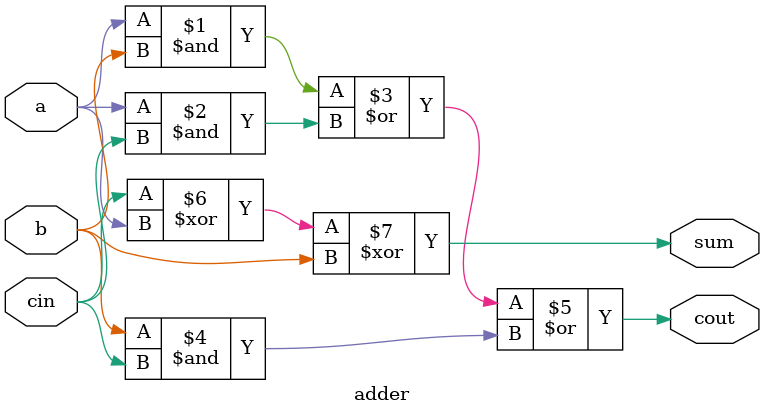
<source format=v>
`timescale 1ns / 1ps

module ALU(
input [63:0] aluin1_ex, aluin2_ex,
input [3:0] alu_control,
output sub_carryout,
output reg [63:0] result
    );
    
    wire [63:0] sub_in1, sub_in2;
    wire [63:0] sub_out;
    
    /*
    wire [63:0] add_in1, add_in2, sub_in1, sub_in2;
    wire signed [63:0] mul_in1, mul_in2, div_in1, div_in2;
    wire add_carryout;
    wire [63:0] add_out;
    wire [63:0] MULW_out;
    wire [63:0] DIVW_out;
    wire [63:0] REMW_out;
    */
    
    always@(alu_control, aluin1_ex, aluin2_ex ,sub_out)begin
        case(alu_control)
            4'b0000: begin //AND
                result = aluin1_ex & aluin2_ex; 
            end
            
            4'b0001: begin //OR
                result = aluin1_ex | aluin2_ex; 
            end
            
            4'b0010:begin //ADD  
                result = aluin1_ex + aluin2_ex;
            end
            
            4'b0110:begin //SUB
                result = aluin1_ex - aluin2_ex;
            end
            
            4'b1011: begin//SLT
                if (aluin1_ex[63] == 1'b1 && aluin2_ex[63] == 1'b0) result = 1; 
                else if (aluin1_ex[63] == 1'b0 && aluin2_ex[63] == 1'b1) result = 0;  
                else if (aluin1_ex[63] == 1'b0 && aluin2_ex[63] == 1'b0 && aluin1_ex < aluin2_ex) result = 1;  
                else if (aluin1_ex[63] == 1'b1 && aluin2_ex[63] == 1'b1 && aluin1_ex > aluin2_ex) result = 1;  
                else result = 0;  
            end
               
            4'b1111: result = aluin1_ex ^ aluin2_ex; //XOR
            4'b1100: result = ~(aluin1_ex|aluin2_ex); //NOR
           
            /*
            4'b1001: begin//MULW
                result = MULW_out; //result = MULH_out;
            end
            4'b1101: begin//DIVW
                if(aluin2_ex == 0) result = -1;
                else result = DIVW_out;
            end
            4'b1110: begin//REMW 
                if(aluin2_ex == 0) result = -1;
                else result = REMW_out;
            end
            */
            
            4'b0101 : begin//sll
                result = aluin1_ex << aluin2_ex[5:0];//max 64 shift
            end
            4'b1010 : begin//sltu/
                result = (aluin1_ex < aluin2_ex) ? 1 : 0;
            end
            4'b0111 : begin //srl
                result = aluin1_ex >> aluin2_ex[5:0];//max 64 shift
            end
            4'b1000: begin //sra
                result = $signed(aluin1_ex) >>> aluin2_ex[5:0];
            end
            default: begin
                result = 64'b0;
            end
           
        endcase
    end
    
    assign sub_in1 = aluin1_ex;
    assign sub_in2 = aluin2_ex;
    
    FA_alu sub_alu(
    .in1(sub_in1),
    .in2(sub_in2),
    .result(sub_out),
    .mod(1),
    .carry_out(sub_carryout)
    );
    
    /*
    assign add_in1 = aluin1_ex;
    assign add_in2 = aluin2_ex;
    
    assign mul_in1 = aluin1_ex; 
    assign mul_in2 = aluin2_ex; 
    assign div_in1 = aluin1_ex; 
    assign div_in2 = aluin2_ex;
   
    
    FA_alu add_alu(
    .in1(add_in1),
    .in2(add_in2),
    .result(add_out),
    .mod(0),
    .carry_out(add_carryout)
    );
    

    multiplier_128 mul_alu (
    .multiplier(mul_in1),
    .multiplicand(mul_in2),
   // .mulh_result(),
    .mulw_result(MULW_out)
    );
    
    DIV div_alu(
    .quotient(div_in1),
    .dividend(div_in2),
    .alu_control(alu_control),
    .signed_result(DIVW_out)
    );*/
    
endmodule



//64bit FA
module FA_alu(
    input mod,
    input [63:0] in1, in2,
    output carry_out,
    output [63:0] result  
    );
    
    wire [63:0] B_comp;
    wire [63:0] carry;
    wire [63:0] sum;
    
    assign carry_out = carry[63];
    assign B_comp = in2^{64{mod}};
    assign result = sum;
    
    adder adder0(
    .a(in1[0]),
    .b(B_comp[0]),
    .cin(mod),
    .cout(carry[0]),
    .sum(sum[0])
    );
    
    genvar i;
    generate
        for(i=1; i<64; i = i+1)begin: FA_loop
            adder adder(
            .a(in1[i]),
            .b(B_comp[i]),
            .cin(carry[i-1]),
            .sum(sum[i]),
            .cout(carry[i])
            );
        end
    endgenerate
    
endmodule

//adder
module adder(
    input a, b, cin,
    output cout, sum
    );
    
    assign cout = (a&b) | (a&cin) | (b&cin);
    assign sum = cin^a^b;
    
endmodule

/*
//divider
module DIV(
    input signed [63:0] quotient,
    input signed [63:0] dividend,
    input [3:0] alu_control,
    output signed [63:0] signed_result
);

    assign signed_result = (alu_control == 4'b0000) ? ($signed(quotient) / $signed(dividend)) : 
                           (alu_control == 4'b0010) ? ($signed(quotient) % $signed(dividend)) : 64'b0;

endmodule

//multiplier
module multiplier_128(
    input signed [63:0] multiplier,
    input signed [63:0] multiplicand,
    output signed [63:0] mulh_result,
    output signed [63:0] mulw_result,
    output signed [127:0] result
);

    assign result = multiplier * multiplicand;

    assign mulh_result = (result[127] == 0 && |result[126:64] == 1) || (result[127] == 1 && result[126:64] == 0) ? result[127:64] : 64'b0;
    assign mulw_result = result[63:0];

endmodule
*/






</source>
